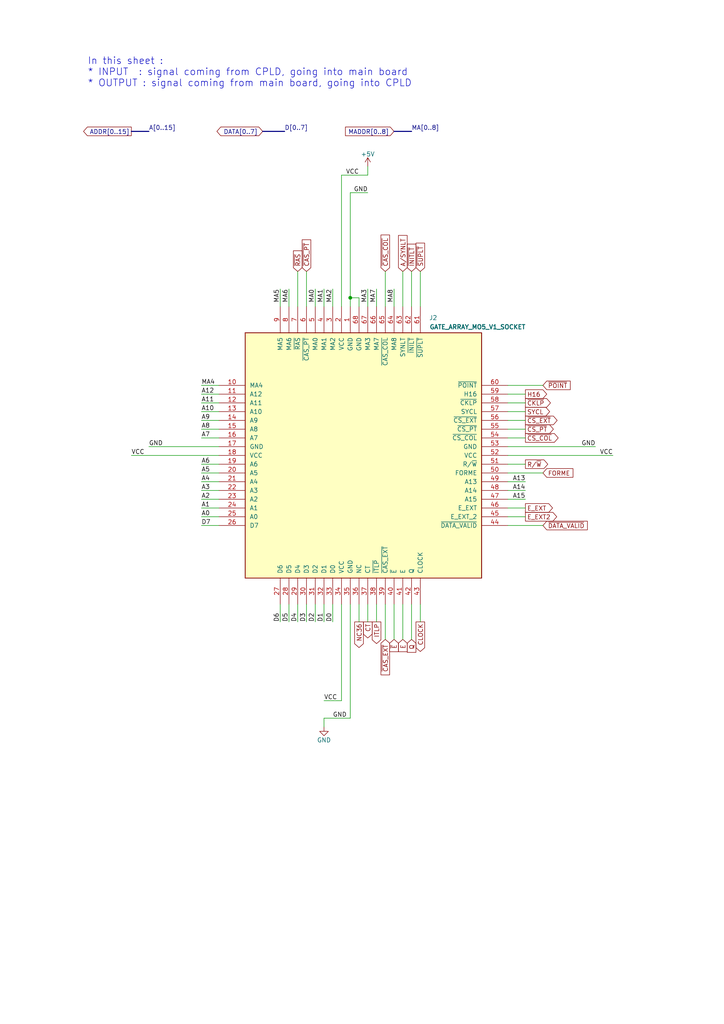
<source format=kicad_sch>
(kicad_sch (version 20230121) (generator eeschema)
  (paper "A4" portrait)
  (title_block (title "Replacement of the Motorola gate array by ATF1508 CPLD") (date "2025-07-13") (rev "v1.0.0") (company "Sporniket") (comment 1 "For the 8-bits computer known as 'Thomson MO5' released in 1984") (comment 3 "...thomson-mo5--gate-array-motorola--replacement-hw--atf1508") (comment 4 "Original repository : https://github.com/sporniket/..."))
  (lib_symbols
    (symbol "gate_array_v1:GATE_ARRAY_MO5_V1_SOCKET" (pin_names (offset 1.27))
      (property "Reference" "U" (at 19.05 40.64 0))
      (property "Value" "GATE_ARRAY_MO5_V1_SOCKET" (at 19.05 38.1 0))
      (symbol "GATE_ARRAY_MO5_V1_SOCKET_0_0"
        (rectangle (start -34.29 35.56) (end 34.29 -35.56) (stroke (width 0.254)) (fill (type background)))
        (pin passive line (at -3.81 43.18 270) (length 7.62) (name "GND") (number "1"))
        (pin passive line (at -41.91 20.32 0) (length 7.62) (name "MA4") (number "10"))
        (pin passive line (at -41.91 17.78 0) (length 7.62) (name "A12") (number "11"))
        (pin passive line (at -41.91 15.24 0) (length 7.62) (name "A11") (number "12"))
        (pin passive line (at -41.91 12.7 0) (length 7.62) (name "A10") (number "13"))
        (pin passive line (at -41.91 10.16 0) (length 7.62) (name "A9") (number "14"))
        (pin passive line (at -41.91 7.62 0) (length 7.62) (name "A8") (number "15"))
        (pin passive line (at -41.91 5.08 0) (length 7.62) (name "A7") (number "16"))
        (pin passive line (at -41.91 2.54 0) (length 7.62) (name "GND") (number "17"))
        (pin passive line (at -41.91 0 0) (length 7.62) (name "VCC") (number "18"))
        (pin passive line (at -41.91 -2.54 0) (length 7.62) (name "A6") (number "19"))
        (pin passive line (at -6.35 43.18 270) (length 7.62) (name "VCC") (number "2"))
        (pin passive line (at -41.91 -5.08 0) (length 7.62) (name "A5") (number "20"))
        (pin passive line (at -41.91 -7.62 0) (length 7.62) (name "A4") (number "21"))
        (pin passive line (at -41.91 -10.16 0) (length 7.62) (name "A3") (number "22"))
        (pin passive line (at -41.91 -12.7 0) (length 7.62) (name "A2") (number "23"))
        (pin passive line (at -41.91 -15.24 0) (length 7.62) (name "A1") (number "24"))
        (pin passive line (at -41.91 -17.78 0) (length 7.62) (name "A0") (number "25"))
        (pin passive line (at -41.91 -20.32 0) (length 7.62) (name "D7") (number "26"))
        (pin passive line (at -24.13 -43.18 90) (length 7.62) (name "D6") (number "27"))
        (pin passive line (at -21.59 -43.18 90) (length 7.62) (name "D5") (number "28"))
        (pin passive line (at -19.05 -43.18 90) (length 7.62) (name "D4") (number "29"))
        (pin passive line (at -8.89 43.18 270) (length 7.62) (name "MA2") (number "3"))
        (pin passive line (at -16.51 -43.18 90) (length 7.62) (name "D3") (number "30"))
        (pin passive line (at -13.97 -43.18 90) (length 7.62) (name "D2") (number "31"))
        (pin passive line (at -11.43 -43.18 90) (length 7.62) (name "D1") (number "32"))
        (pin passive line (at -8.89 -43.18 90) (length 7.62) (name "D0") (number "33"))
        (pin passive line (at -6.35 -43.18 90) (length 7.62) (name "VCC") (number "34"))
        (pin passive line (at -3.81 -43.18 90) (length 7.62) (name "GND") (number "35"))
        (pin passive line (at -1.27 -43.18 90) (length 7.62) (name "NC") (number "36"))
        (pin passive line (at 1.27 -43.18 90) (length 7.62) (name "CT") (number "37"))
        (pin passive line (at 3.81 -43.18 90) (length 7.62) (name "~{ITLP}") (number "38"))
        (pin passive line (at 6.35 -43.18 90) (length 7.62) (name "~{CAS_EXT}") (number "39"))
        (pin passive line (at -11.43 43.18 270) (length 7.62) (name "MA1") (number "4"))
        (pin passive line (at 8.89 -43.18 90) (length 7.62) (name "~{E}") (number "40"))
        (pin passive line (at 11.43 -43.18 90) (length 7.62) (name "E") (number "41"))
        (pin passive line (at 13.97 -43.18 90) (length 7.62) (name "Q") (number "42"))
        (pin passive line (at 16.51 -43.18 90) (length 7.62) (name "CLOCK") (number "43"))
        (pin passive line (at 41.91 -20.32 180) (length 7.62) (name "~{DATA_VALID}") (number "44"))
        (pin passive line (at 41.91 -17.78 180) (length 7.62) (name "E_EXT_2") (number "45"))
        (pin passive line (at 41.91 -15.24 180) (length 7.62) (name "E_EXT") (number "46"))
        (pin passive line (at 41.91 -12.7 180) (length 7.62) (name "A15") (number "47"))
        (pin passive line (at 41.91 -10.16 180) (length 7.62) (name "A14") (number "48"))
        (pin passive line (at 41.91 -7.62 180) (length 7.62) (name "A13") (number "49"))
        (pin passive line (at -13.97 43.18 270) (length 7.62) (name "MA0") (number "5"))
        (pin passive line (at 41.91 -5.08 180) (length 7.62) (name "FORME") (number "50"))
        (pin passive line (at 41.91 -2.54 180) (length 7.62) (name "R/~{W}") (number "51"))
        (pin passive line (at 41.91 0 180) (length 7.62) (name "VCC") (number "52"))
        (pin passive line (at 41.91 2.54 180) (length 7.62) (name "GND") (number "53"))
        (pin passive line (at 41.91 5.08 180) (length 7.62) (name "~{CS_COL}") (number "54"))
        (pin passive line (at 41.91 7.62 180) (length 7.62) (name "~{CS_PT}") (number "55"))
        (pin passive line (at 41.91 10.16 180) (length 7.62) (name "~{CS_EXT}") (number "56"))
        (pin passive line (at 41.91 12.7 180) (length 7.62) (name "SYCL") (number "57"))
        (pin passive line (at 41.91 15.24 180) (length 7.62) (name "~{CKLP}") (number "58"))
        (pin passive line (at 41.91 17.78 180) (length 7.62) (name "H16") (number "59"))
        (pin passive line (at -16.51 43.18 270) (length 7.62) (name "~{CAS_PT}") (number "6"))
        (pin passive line (at 41.91 20.32 180) (length 7.62) (name "~{POINT}") (number "60"))
        (pin passive line (at 16.51 43.18 270) (length 7.62) (name "~{SUPLT}") (number "61"))
        (pin passive line (at 13.97 43.18 270) (length 7.62) (name "~{INILT}") (number "62"))
        (pin passive line (at 11.43 43.18 270) (length 7.62) (name "SYNLT") (number "63"))
        (pin passive line (at 8.89 43.18 270) (length 7.62) (name "MA8") (number "64"))
        (pin passive line (at 6.35 43.18 270) (length 7.62) (name "~{CAS_COL}") (number "65"))
        (pin passive line (at 3.81 43.18 270) (length 7.62) (name "MA7") (number "66"))
        (pin passive line (at 1.27 43.18 270) (length 7.62) (name "MA3") (number "67"))
        (pin passive line (at -1.27 43.18 270) (length 7.62) (name "GND") (number "68"))
        (pin passive line (at -19.05 43.18 270) (length 7.62) (name "~{RAS}") (number "7"))
        (pin passive line (at -21.59 43.18 270) (length 7.62) (name "MA6") (number "8"))
        (pin passive line (at -24.13 43.18 270) (length 7.62) (name "MA5") (number "9"))
      )
    )
    (symbol "power:+5V" (power) (pin_names (offset 0))
      (property "Value" "+5V" (at 0 3.556 0))
      (symbol "+5V_0_1"
        (polyline (pts (xy -0.762 1.27) (xy 0 2.54)))
        (polyline (pts (xy 0 0) (xy 0 2.54)))
        (polyline (pts (xy 0 2.54) (xy 0.762 1.27)))
      )
      (symbol "+5V_1_1"
        (pin power_in line (at 0 0 90) (length 0) hide (name "+5V") (number "1"))
      )
    )
    (symbol "power:GND" (power) (pin_names (offset 0))
      (property "Value" "GND" (at 0 -3.81 0))
      (symbol "GND_0_1"
        (polyline (pts (xy 0 0) (xy 0 -1.27) (xy 1.27 -1.27) (xy 0 -2.54) (xy -1.27 -1.27) (xy 0 -1.27)))
      )
      (symbol "GND_1_1"
        (pin power_in line (at 0 0 270) (length 0) hide (name "GND") (number "1"))
      )
    )
  )
  (junction (at 101.6 86.36))
  (wire (pts (xy 81.28 180.34) (xy 81.28 175.26)))
  (wire (pts (xy 147.32 137.16) (xy 157.48 137.16)))
  (wire (pts (xy 96.52 180.34) (xy 96.52 175.26)))
  (wire (pts (xy 119.38 78.74) (xy 119.38 88.9)))
  (wire (pts (xy 83.82 83.82) (xy 83.82 88.9)))
  (wire (pts (xy 58.42 116.84) (xy 63.5 116.84)))
  (wire (pts (xy 106.68 83.82) (xy 106.68 88.9)))
  (wire (pts (xy 147.32 127) (xy 152.4 127)))
  (wire (pts (xy 83.82 180.34) (xy 83.82 175.26)))
  (wire (pts (xy 147.32 119.38) (xy 152.4 119.38)))
  (wire (pts (xy 147.32 129.54) (xy 172.72 129.54)))
  (wire (pts (xy 121.92 78.74) (xy 121.92 88.9)))
  (wire (pts (xy 58.42 144.78) (xy 63.5 144.78)))
  (wire (pts (xy 147.32 132.08) (xy 177.8 132.08)))
  (wire (pts (xy 104.14 88.9) (xy 104.14 86.36)))
  (wire (pts (xy 147.32 134.62) (xy 152.4 134.62)))
  (wire (pts (xy 106.68 180.34) (xy 106.68 175.26)))
  (wire (pts (xy 43.18 129.54) (xy 63.5 129.54)))
  (wire (pts (xy 109.22 83.82) (xy 109.22 88.9)))
  (wire (pts (xy 147.32 111.76) (xy 157.48 111.76)))
  (wire (pts (xy 93.98 210.82) (xy 93.98 208.28)))
  (wire (pts (xy 147.32 124.46) (xy 152.4 124.46)))
  (wire (pts (xy 101.6 55.88) (xy 106.68 55.88)))
  (wire (pts (xy 38.1 132.08) (xy 63.5 132.08)))
  (wire (pts (xy 99.06 50.8) (xy 106.68 50.8)))
  (bus (pts (xy 76.2 38.1) (xy 82.55 38.1)))
  (wire (pts (xy 58.42 149.86) (xy 63.5 149.86)))
  (wire (pts (xy 119.38 175.26) (xy 119.38 185.42)))
  (wire (pts (xy 58.42 111.76) (xy 63.5 111.76)))
  (wire (pts (xy 147.32 149.86) (xy 152.4 149.86)))
  (wire (pts (xy 58.42 142.24) (xy 63.5 142.24)))
  (wire (pts (xy 58.42 124.46) (xy 63.5 124.46)))
  (wire (pts (xy 88.9 78.74) (xy 88.9 88.9)))
  (wire (pts (xy 58.42 152.4) (xy 63.5 152.4)))
  (wire (pts (xy 147.32 116.84) (xy 152.4 116.84)))
  (wire (pts (xy 58.42 119.38) (xy 63.5 119.38)))
  (wire (pts (xy 91.44 83.82) (xy 91.44 88.9)))
  (wire (pts (xy 111.76 78.74) (xy 111.76 88.9)))
  (wire (pts (xy 93.98 180.34) (xy 93.98 175.26)))
  (wire (pts (xy 121.92 180.34) (xy 121.92 175.26)))
  (wire (pts (xy 114.3 83.82) (xy 114.3 88.9)))
  (wire (pts (xy 101.6 86.36) (xy 101.6 55.88)))
  (wire (pts (xy 99.06 50.8) (xy 99.06 88.9)))
  (wire (pts (xy 58.42 114.3) (xy 63.5 114.3)))
  (wire (pts (xy 93.98 83.82) (xy 93.98 88.9)))
  (wire (pts (xy 86.36 78.74) (xy 86.36 88.9)))
  (wire (pts (xy 93.98 208.28) (xy 101.6 208.28)))
  (wire (pts (xy 58.42 127) (xy 63.5 127)))
  (wire (pts (xy 147.32 114.3) (xy 152.4 114.3)))
  (wire (pts (xy 147.32 142.24) (xy 152.4 142.24)))
  (wire (pts (xy 147.32 139.7) (xy 152.4 139.7)))
  (wire (pts (xy 111.76 175.26) (xy 111.76 185.42)))
  (wire (pts (xy 91.44 180.34) (xy 91.44 175.26)))
  (wire (pts (xy 96.52 83.82) (xy 96.52 88.9)))
  (wire (pts (xy 58.42 137.16) (xy 63.5 137.16)))
  (wire (pts (xy 58.42 147.32) (xy 63.5 147.32)))
  (wire (pts (xy 58.42 134.62) (xy 63.5 134.62)))
  (wire (pts (xy 81.28 83.82) (xy 81.28 88.9)))
  (wire (pts (xy 99.06 175.26) (xy 99.06 203.2)))
  (wire (pts (xy 104.14 180.34) (xy 104.14 175.26)))
  (wire (pts (xy 58.42 121.92) (xy 63.5 121.92)))
  (wire (pts (xy 114.3 175.26) (xy 114.3 185.42)))
  (wire (pts (xy 101.6 175.26) (xy 101.6 208.28)))
  (wire (pts (xy 101.6 86.36) (xy 104.14 86.36)))
  (bus (pts (xy 114.3 38.1) (xy 119.38 38.1)))
  (wire (pts (xy 109.22 180.34) (xy 109.22 175.26)))
  (wire (pts (xy 147.32 147.32) (xy 152.4 147.32)))
  (wire (pts (xy 147.32 152.4) (xy 157.48 152.4)))
  (wire (pts (xy 86.36 180.34) (xy 86.36 175.26)))
  (wire (pts (xy 88.9 180.34) (xy 88.9 175.26)))
  (wire (pts (xy 58.42 139.7) (xy 63.5 139.7)))
  (wire (pts (xy 101.6 88.9) (xy 101.6 86.36)))
  (wire (pts (xy 106.68 48.26) (xy 106.68 50.8)))
  (wire (pts (xy 116.84 78.74) (xy 116.84 88.9)))
  (bus (pts (xy 38.1 38.1) (xy 43.18 38.1)))
  (wire (pts (xy 147.32 121.92) (xy 152.4 121.92)))
  (wire (pts (xy 147.32 144.78) (xy 152.4 144.78)))
  (wire (pts (xy 116.84 175.26) (xy 116.84 185.42)))
  (wire (pts (xy 99.06 203.2) (xy 93.98 203.2)))
  (text "In this sheet : \n* INPUT  : signal coming from CPLD, going into main board\n* OUTPUT : signal coming from main board, going into CPLD" (at 25.4 25.4 0) (effects (font (size 2 2)) (justify left bottom)))
  (label "A10" (at 58.42 119.38 0))
  (label "D1" (at 93.98 180.34 90))
  (label "A4" (at 58.42 139.7 0))
  (label "MA1" (at 93.98 83.82 270))
  (label "D2" (at 91.44 180.34 90))
  (label "VCC" (at 177.8 132.08 180))
  (label "GND" (at 172.72 129.54 180))
  (label "MA4" (at 58.42 111.76 0))
  (label "D7" (at 58.42 152.4 0))
  (label "A0" (at 58.42 149.86 0))
  (label "D[0..7]" (at 82.55 38.1 0))
  (label "A15" (at 152.4 144.78 180))
  (label "VCC" (at 104.14 50.8 180))
  (label "VCC" (at 93.98 203.2 0))
  (label "A9" (at 58.42 121.92 0))
  (label "A8" (at 58.42 124.46 0))
  (label "D6" (at 81.28 180.34 90))
  (label "D5" (at 83.82 180.34 90))
  (label "MA5" (at 81.28 83.82 270))
  (label "D3" (at 88.9 180.34 90))
  (label "A14" (at 152.4 142.24 180))
  (label "A[0..15]" (at 43.18 38.1 0))
  (label "A5" (at 58.42 137.16 0))
  (label "A12" (at 58.42 114.3 0))
  (label "A2" (at 58.42 144.78 0))
  (label "A1" (at 58.42 147.32 0))
  (label "MA0" (at 91.44 83.82 270))
  (label "GND" (at 106.68 55.88 180))
  (label "A6" (at 58.42 134.62 0))
  (label "MA6" (at 83.82 83.82 270))
  (label "A13" (at 152.4 139.7 180))
  (label "A7" (at 58.42 127 0))
  (label "MA8" (at 114.3 83.82 270))
  (label "MA3" (at 106.68 83.82 270))
  (label "MA[0..8]" (at 119.38 38.1 0))
  (label "D0" (at 96.52 180.34 90))
  (label "GND" (at 43.18 129.54 0))
  (label "A3" (at 58.42 142.24 0))
  (label "MA2" (at 96.52 83.82 270))
  (label "MA7" (at 109.22 83.82 270))
  (label "D4" (at 86.36 180.34 90))
  (label "GND" (at 96.52 208.28 0))
  (label "VCC" (at 38.1 132.08 0))
  (label "A11" (at 58.42 116.84 0))
  (global_label "CLOCK" (shape output) (at 121.92 180.34 270) (property "Intersheetrefs" "${INTERSHEET_REFS}" (effects hide)))
  (global_label "~{CS_COL}" (shape output) (at 152.4 127 0) (property "Intersheetrefs" "${INTERSHEET_REFS}" (effects hide)))
  (global_label "~{CAS_EXT}" (shape input) (at 111.76 185.42 270) (property "Intersheetrefs" "${INTERSHEET_REFS}" (effects hide)))
  (global_label "~{DATA_VALID}" (shape input) (at 157.48 152.4 0) (property "Intersheetrefs" "${INTERSHEET_REFS}" (effects hide)))
  (global_label "A{slash}SYNLT" (shape input) (at 116.84 78.74 90) (property "Intersheetrefs" "${INTERSHEET_REFS}" (effects hide)))
  (global_label "ADDR[0..15]" (shape output) (at 38.1 38.1 180) (property "Intersheetrefs" "${INTERSHEET_REFS}" (effects hide)))
  (global_label "~{INITLT}" (shape input) (at 119.38 78.74 90) (property "Intersheetrefs" "${INTERSHEET_REFS}" (effects hide)))
  (global_label "~{CAS_COL}" (shape input) (at 111.76 78.74 90) (property "Intersheetrefs" "${INTERSHEET_REFS}" (effects hide)))
  (global_label "E_EXT2" (shape output) (at 152.4 149.86 0) (property "Intersheetrefs" "${INTERSHEET_REFS}" (effects hide)))
  (global_label "ITLP" (shape output) (at 109.22 180.34 270) (property "Intersheetrefs" "${INTERSHEET_REFS}" (effects hide)))
  (global_label "Q" (shape input) (at 119.38 185.42 270) (property "Intersheetrefs" "${INTERSHEET_REFS}" (effects hide)))
  (global_label "FORME" (shape input) (at 157.48 137.16 0) (property "Intersheetrefs" "${INTERSHEET_REFS}" (effects hide)))
  (global_label "~{E}" (shape input) (at 114.3 185.42 270) (property "Intersheetrefs" "${INTERSHEET_REFS}" (effects hide)))
  (global_label "~{CS_EXT}" (shape output) (at 152.4 121.92 0) (property "Intersheetrefs" "${INTERSHEET_REFS}" (effects hide)))
  (global_label "H16" (shape output) (at 152.4 114.3 0) (property "Intersheetrefs" "${INTERSHEET_REFS}" (effects hide)))
  (global_label "~{CS_PT}" (shape output) (at 152.4 124.46 0) (property "Intersheetrefs" "${INTERSHEET_REFS}" (effects hide)))
  (global_label "CT" (shape output) (at 106.68 180.34 270) (property "Intersheetrefs" "${INTERSHEET_REFS}" (effects hide)))
  (global_label "~{POINT}" (shape input) (at 157.48 111.76 0) (property "Intersheetrefs" "${INTERSHEET_REFS}" (effects hide)))
  (global_label "NC36" (shape output) (at 104.14 180.34 270) (property "Intersheetrefs" "${INTERSHEET_REFS}" (effects hide)))
  (global_label "~{CKLP}" (shape output) (at 152.4 116.84 0) (property "Intersheetrefs" "${INTERSHEET_REFS}" (effects hide)))
  (global_label "MADDR[0..8]" (shape input) (at 114.3 38.1 180) (property "Intersheetrefs" "${INTERSHEET_REFS}" (effects hide)))
  (global_label "~{CAS_PT}" (shape input) (at 88.9 78.74 90) (property "Intersheetrefs" "${INTERSHEET_REFS}" (effects hide)))
  (global_label "SYCL" (shape output) (at 152.4 119.38 0) (property "Intersheetrefs" "${INTERSHEET_REFS}" (effects hide)))
  (global_label "E_EXT" (shape output) (at 152.4 147.32 0) (property "Intersheetrefs" "${INTERSHEET_REFS}" (effects hide)))
  (global_label "R{slash}~{W}" (shape output) (at 152.4 134.62 0) (property "Intersheetrefs" "${INTERSHEET_REFS}" (effects hide)))
  (global_label "DATA[0..7]" (shape bidirectional) (at 76.2 38.1 180) (property "Intersheetrefs" "${INTERSHEET_REFS}" (effects hide)))
  (global_label "~{RAS}" (shape input) (at 86.36 78.74 90) (property "Intersheetrefs" "${INTERSHEET_REFS}" (effects hide)))
  (global_label "~{SUPLT}" (shape input) (at 121.92 78.74 90) (property "Intersheetrefs" "${INTERSHEET_REFS}" (effects hide)))
  (global_label "E" (shape input) (at 116.84 185.42 270) (property "Intersheetrefs" "${INTERSHEET_REFS}" (effects hide)))
  (symbol (lib_id "power:+5V") (at 106.68 48.26 0) (unit 1)
    (property "Reference" "#PWR02" (effects hide))
    (property "Value" "+5V" (at 106.68 44.704 0))
  )
  (symbol (lib_id "power:GND") (at 93.98 210.82 0) (unit 1)
    (property "Reference" "#PWR01" (effects hide))
    (property "Value" "GND" (at 93.98 214.63 0))
  )
  (symbol (lib_id "gate_array_v1:GATE_ARRAY_MO5_V1_SOCKET") (at 105.41 132.08 0) (unit 1)
    (property "Reference" "J2" (at 124.46 91.44 0) (effects (justify left top)))
    (property "Value" "GATE_ARRAY_MO5_V1_SOCKET" (at 124.46 93.98 0) (effects (font bold) (justify left top)))
    (property "Footprint" "SpecialConnectors:gate_array_plcc68_staggered" (effects hide))
  )
)
</source>
